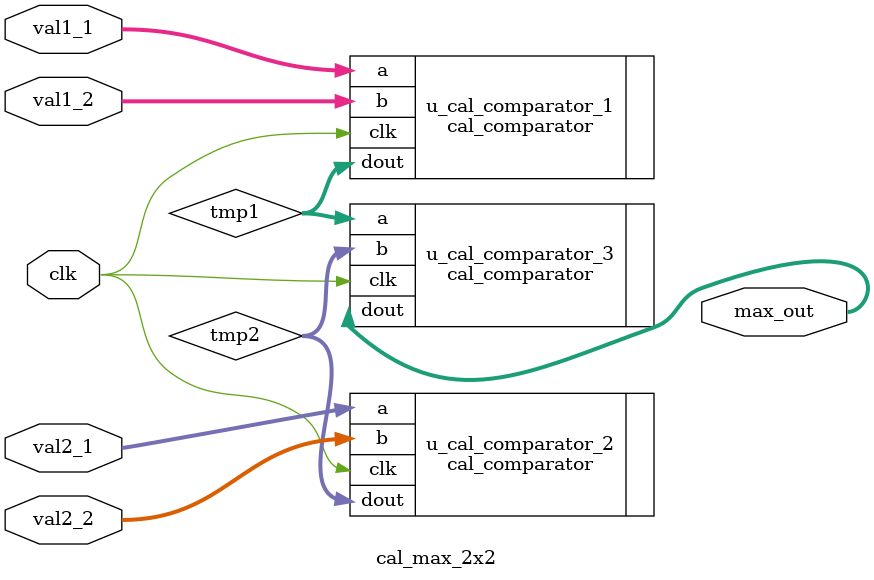
<source format=v>
module cal_max_2x2
#(
	parameter WIDTH=8
)
(
	input clk,
	input signed [WIDTH-1:0] val1_1,
	input signed [WIDTH-1:0] val1_2,
	input signed [WIDTH-1:0] val2_1,
	input signed [WIDTH-1:0] val2_2,
	output signed [WIDTH-1:0] max_out
);
	wire signed [WIDTH-1:0] tmp1;
	wire signed [WIDTH-1:0] tmp2;
	
	cal_comparator
	#(
		.WIDTH(WIDTH)
	)
	u_cal_comparator_1
	(
		.clk(clk),
		.a(val1_1),
		.b(val1_2),
		.dout(tmp1)
	);
	
	cal_comparator
	#(
		.WIDTH(WIDTH)
	)
	u_cal_comparator_2
	(
		.clk(clk),
		.a(val2_1),
		.b(val2_2),
		.dout(tmp2)
	);
	
	cal_comparator
	#(
		.WIDTH(WIDTH)
	)
	u_cal_comparator_3
	(
		.clk(clk),
		.a(tmp1),
		.b(tmp2),
		.dout(max_out)
	);
endmodule
</source>
